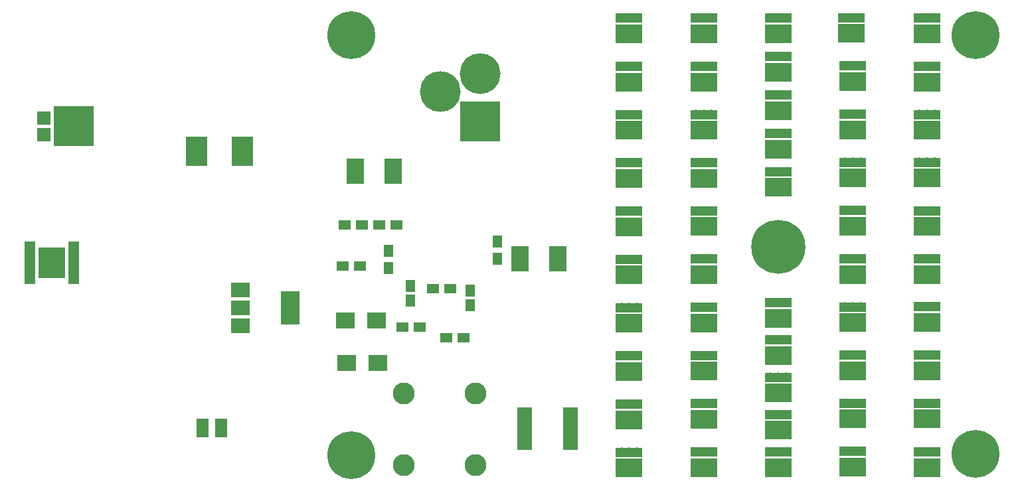
<source format=gbr>
G04 #@! TF.GenerationSoftware,KiCad,Pcbnew,no-vcs-found-01f5a12~58~ubuntu14.04.1*
G04 #@! TF.CreationDate,2017-05-04T16:20:22+02:00*
G04 #@! TF.ProjectId,leddy,6C656464792E6B696361645F70636200,rev?*
G04 #@! TF.FileFunction,Soldermask,Top*
G04 #@! TF.FilePolarity,Negative*
%FSLAX46Y46*%
G04 Gerber Fmt 4.6, Leading zero omitted, Abs format (unit mm)*
G04 Created by KiCad (PCBNEW no-vcs-found-01f5a12~58~ubuntu14.04.1) date Thu May  4 16:20:22 2017*
%MOMM*%
%LPD*%
G01*
G04 APERTURE LIST*
%ADD10C,0.100000*%
%ADD11R,1.540000X2.430000*%
%ADD12C,1.400000*%
%ADD13R,1.450000X0.850000*%
%ADD14R,1.870000X1.295000*%
%ADD15R,1.600000X1.300000*%
%ADD16C,2.797760*%
%ADD17R,1.900000X0.850000*%
%ADD18C,5.200000*%
%ADD19R,5.200000X5.200000*%
%ADD20C,6.900000*%
%ADD21R,3.400000X1.300000*%
%ADD22R,3.400000X2.400000*%
%ADD23C,1.000000*%
%ADD24C,6.100000*%
%ADD25R,1.300000X1.600000*%
%ADD26R,2.400000X2.100000*%
%ADD27R,1.670000X1.800000*%
%ADD28R,5.200000X5.120000*%
%ADD29R,1.150000X1.600000*%
%ADD30R,2.303000X3.190000*%
%ADD31R,2.813000X3.829000*%
%ADD32R,2.400000X1.900000*%
%ADD33R,2.400000X4.200000*%
G04 APERTURE END LIST*
D10*
D11*
X108597219Y-101307056D03*
X110997219Y-101307056D03*
D12*
X88740000Y-81200000D03*
X90110000Y-81220000D03*
X90090000Y-79160000D03*
X88720000Y-79150000D03*
D13*
X86625000Y-77925000D03*
X86625000Y-78575000D03*
X86625000Y-79225000D03*
X86625000Y-79875000D03*
X86625000Y-80525000D03*
X86625000Y-81175000D03*
X86625000Y-81825000D03*
X86625000Y-82475000D03*
X92175000Y-82475000D03*
X92175000Y-81825000D03*
X92175000Y-81175000D03*
X92175000Y-80525000D03*
X92175000Y-79875000D03*
X92175000Y-79225000D03*
X92175000Y-78575000D03*
X92175000Y-77925000D03*
D14*
X90135000Y-81542500D03*
X90135000Y-80647500D03*
X90135000Y-79752500D03*
X90135000Y-78857500D03*
X88665000Y-81542500D03*
X88665000Y-80647500D03*
X88665000Y-79752500D03*
X88665000Y-78857500D03*
D15*
X126500000Y-80600000D03*
X128700000Y-80600000D03*
D16*
X134228000Y-96856000D03*
X143372000Y-106000000D03*
X134228000Y-106000000D03*
X143372000Y-96856000D03*
D17*
X149650000Y-99125000D03*
X149650000Y-99775000D03*
X149650000Y-100425000D03*
X149650000Y-101075000D03*
X149650000Y-101725000D03*
X149650000Y-102375000D03*
X149650000Y-103025000D03*
X149650000Y-103675000D03*
X155550000Y-103675000D03*
X155550000Y-103025000D03*
X155550000Y-102375000D03*
X155550000Y-101725000D03*
X155550000Y-101075000D03*
X155550000Y-100425000D03*
X155550000Y-99775000D03*
X155550000Y-99125000D03*
D18*
X144000000Y-56100000D03*
D19*
X144000000Y-62200000D03*
D18*
X138920000Y-58390000D03*
D20*
X182000000Y-78200000D03*
D21*
X163000000Y-55155555D03*
D22*
X163000000Y-57155555D03*
D23*
X162000000Y-55055555D03*
X164000000Y-55055555D03*
X163000000Y-55055555D03*
X162000000Y-57805555D03*
X162000000Y-56555555D03*
X164000000Y-57805555D03*
X164000000Y-56555555D03*
X163000000Y-56555555D03*
X163000000Y-57805555D03*
D21*
X201000000Y-49000000D03*
D22*
X201000000Y-51000000D03*
D23*
X200000000Y-48900000D03*
X202000000Y-48900000D03*
X201000000Y-48900000D03*
X200000000Y-51650000D03*
X200000000Y-50400000D03*
X202000000Y-51650000D03*
X202000000Y-50400000D03*
X201000000Y-50400000D03*
X201000000Y-51650000D03*
D21*
X191300000Y-48950000D03*
D22*
X191300000Y-50950000D03*
D23*
X190300000Y-48850000D03*
X192300000Y-48850000D03*
X191300000Y-48850000D03*
X190300000Y-51600000D03*
X190300000Y-50350000D03*
X192300000Y-51600000D03*
X192300000Y-50350000D03*
X191300000Y-50350000D03*
X191300000Y-51600000D03*
D21*
X182000000Y-49000000D03*
D22*
X182000000Y-51000000D03*
D23*
X181000000Y-48900000D03*
X183000000Y-48900000D03*
X182000000Y-48900000D03*
X181000000Y-51650000D03*
X181000000Y-50400000D03*
X183000000Y-51650000D03*
X183000000Y-50400000D03*
X182000000Y-50400000D03*
X182000000Y-51650000D03*
D21*
X172500000Y-49000000D03*
D22*
X172500000Y-51000000D03*
D23*
X171500000Y-48900000D03*
X173500000Y-48900000D03*
X172500000Y-48900000D03*
X171500000Y-51650000D03*
X171500000Y-50400000D03*
X173500000Y-51650000D03*
X173500000Y-50400000D03*
X172500000Y-50400000D03*
X172500000Y-51650000D03*
D21*
X163000000Y-49000000D03*
D22*
X163000000Y-51000000D03*
D23*
X162000000Y-48900000D03*
X164000000Y-48900000D03*
X163000000Y-48900000D03*
X162000000Y-51650000D03*
X162000000Y-50400000D03*
X164000000Y-51650000D03*
X164000000Y-50400000D03*
X163000000Y-50400000D03*
X163000000Y-51650000D03*
D24*
X207200000Y-51200000D03*
X207200000Y-104600000D03*
X127600000Y-104800000D03*
X127600000Y-51200000D03*
D25*
X146200000Y-79700000D03*
X146200000Y-77500000D03*
D26*
X131000000Y-93000000D03*
X127000000Y-93000000D03*
D27*
X88400000Y-61760000D03*
D28*
X92200000Y-62800000D03*
D27*
X88400000Y-63840000D03*
D15*
X141900000Y-89800000D03*
X139700000Y-89800000D03*
X136300000Y-88400000D03*
X134100000Y-88400000D03*
D26*
X130800000Y-87600000D03*
X126800000Y-87600000D03*
D29*
X142700000Y-85650000D03*
X142700000Y-83750000D03*
X135100000Y-85050000D03*
X135100000Y-83150000D03*
D30*
X128073500Y-68500000D03*
X132926500Y-68500000D03*
X153926500Y-79700000D03*
X149073500Y-79700000D03*
D31*
X113721000Y-66000000D03*
X107879000Y-66000000D03*
D25*
X132300000Y-80900000D03*
X132300000Y-78700000D03*
D15*
X140200000Y-83500000D03*
X138000000Y-83500000D03*
X126700000Y-75400000D03*
X128900000Y-75400000D03*
X131100000Y-75400000D03*
X133300000Y-75400000D03*
D32*
X113450000Y-83700000D03*
X113450000Y-88300000D03*
X113450000Y-86000000D03*
D33*
X119750000Y-86000000D03*
D21*
X182000000Y-58800000D03*
D22*
X182000000Y-60800000D03*
D23*
X181000000Y-58700000D03*
X183000000Y-58700000D03*
X182000000Y-58700000D03*
X181000000Y-61450000D03*
X181000000Y-60200000D03*
X183000000Y-61450000D03*
X183000000Y-60200000D03*
X182000000Y-60200000D03*
X182000000Y-61450000D03*
D21*
X201000000Y-92000000D03*
D22*
X201000000Y-94000000D03*
D23*
X200000000Y-91900000D03*
X202000000Y-91900000D03*
X201000000Y-91900000D03*
X200000000Y-94650000D03*
X200000000Y-93400000D03*
X202000000Y-94650000D03*
X202000000Y-93400000D03*
X201000000Y-93400000D03*
X201000000Y-94650000D03*
D21*
X201000000Y-79750000D03*
D22*
X201000000Y-81750000D03*
D23*
X200000000Y-79650000D03*
X202000000Y-79650000D03*
X201000000Y-79650000D03*
X200000000Y-82400000D03*
X200000000Y-81150000D03*
X202000000Y-82400000D03*
X202000000Y-81150000D03*
X201000000Y-81150000D03*
X201000000Y-82400000D03*
D21*
X201000000Y-73600000D03*
D22*
X201000000Y-75600000D03*
D23*
X200000000Y-73500000D03*
X202000000Y-73500000D03*
X201000000Y-73500000D03*
X200000000Y-76250000D03*
X200000000Y-75000000D03*
X202000000Y-76250000D03*
X202000000Y-75000000D03*
X201000000Y-75000000D03*
X201000000Y-76250000D03*
D21*
X201000000Y-67400000D03*
D22*
X201000000Y-69400000D03*
D23*
X200000000Y-67300000D03*
X202000000Y-67300000D03*
X201000000Y-67300000D03*
X200000000Y-70050000D03*
X200000000Y-68800000D03*
X202000000Y-70050000D03*
X202000000Y-68800000D03*
X201000000Y-68800000D03*
X201000000Y-70050000D03*
D21*
X201000000Y-61300000D03*
D22*
X201000000Y-63300000D03*
D23*
X200000000Y-61200000D03*
X202000000Y-61200000D03*
X201000000Y-61200000D03*
X200000000Y-63950000D03*
X200000000Y-62700000D03*
X202000000Y-63950000D03*
X202000000Y-62700000D03*
X201000000Y-62700000D03*
X201000000Y-63950000D03*
D21*
X201000000Y-55150000D03*
D22*
X201000000Y-57150000D03*
D23*
X200000000Y-55050000D03*
X202000000Y-55050000D03*
X201000000Y-55050000D03*
X200000000Y-57800000D03*
X200000000Y-56550000D03*
X202000000Y-57800000D03*
X202000000Y-56550000D03*
X201000000Y-56550000D03*
X201000000Y-57800000D03*
D21*
X191500000Y-104299982D03*
D22*
X191500000Y-106299982D03*
D23*
X190500000Y-104199982D03*
X192500000Y-104199982D03*
X191500000Y-104199982D03*
X190500000Y-106949982D03*
X190500000Y-105699982D03*
X192500000Y-106949982D03*
X192500000Y-105699982D03*
X191500000Y-105699982D03*
X191500000Y-106949982D03*
D21*
X191500000Y-98149984D03*
D22*
X191500000Y-100149984D03*
D23*
X190500000Y-98049984D03*
X192500000Y-98049984D03*
X191500000Y-98049984D03*
X190500000Y-100799984D03*
X190500000Y-99549984D03*
X192500000Y-100799984D03*
X192500000Y-99549984D03*
X191500000Y-99549984D03*
X191500000Y-100799984D03*
D21*
X191500000Y-91999986D03*
D22*
X191500000Y-93999986D03*
D23*
X190500000Y-91899986D03*
X192500000Y-91899986D03*
X191500000Y-91899986D03*
X190500000Y-94649986D03*
X190500000Y-93399986D03*
X192500000Y-94649986D03*
X192500000Y-93399986D03*
X191500000Y-93399986D03*
X191500000Y-94649986D03*
D21*
X191500000Y-85849988D03*
D22*
X191500000Y-87849988D03*
D23*
X190500000Y-85749988D03*
X192500000Y-85749988D03*
X191500000Y-85749988D03*
X190500000Y-88499988D03*
X190500000Y-87249988D03*
X192500000Y-88499988D03*
X192500000Y-87249988D03*
X191500000Y-87249988D03*
X191500000Y-88499988D03*
D21*
X191500000Y-73549992D03*
D22*
X191500000Y-75549992D03*
D23*
X190500000Y-73449992D03*
X192500000Y-73449992D03*
X191500000Y-73449992D03*
X190500000Y-76199992D03*
X190500000Y-74949992D03*
X192500000Y-76199992D03*
X192500000Y-74949992D03*
X191500000Y-74949992D03*
X191500000Y-76199992D03*
D21*
X191500000Y-67399994D03*
D22*
X191500000Y-69399994D03*
D23*
X190500000Y-67299994D03*
X192500000Y-67299994D03*
X191500000Y-67299994D03*
X190500000Y-70049994D03*
X190500000Y-68799994D03*
X192500000Y-70049994D03*
X192500000Y-68799994D03*
X191500000Y-68799994D03*
X191500000Y-70049994D03*
D21*
X191500000Y-61249996D03*
D22*
X191500000Y-63249996D03*
D23*
X190500000Y-61149996D03*
X192500000Y-61149996D03*
X191500000Y-61149996D03*
X190500000Y-63899996D03*
X190500000Y-62649996D03*
X192500000Y-63899996D03*
X192500000Y-62649996D03*
X191500000Y-62649996D03*
X191500000Y-63899996D03*
D21*
X191500000Y-55099998D03*
D22*
X191500000Y-57099998D03*
D23*
X190500000Y-54999998D03*
X192500000Y-54999998D03*
X191500000Y-54999998D03*
X190500000Y-57749998D03*
X190500000Y-56499998D03*
X192500000Y-57749998D03*
X192500000Y-56499998D03*
X191500000Y-56499998D03*
X191500000Y-57749998D03*
D21*
X182000000Y-104350000D03*
D22*
X182000000Y-106350000D03*
D23*
X181000000Y-104250000D03*
X183000000Y-104250000D03*
X182000000Y-104250000D03*
X181000000Y-107000000D03*
X181000000Y-105750000D03*
X183000000Y-107000000D03*
X183000000Y-105750000D03*
X182000000Y-105750000D03*
X182000000Y-107000000D03*
D21*
X182000000Y-99587500D03*
D22*
X182000000Y-101587500D03*
D23*
X181000000Y-99487500D03*
X183000000Y-99487500D03*
X182000000Y-99487500D03*
X181000000Y-102237500D03*
X181000000Y-100987500D03*
X183000000Y-102237500D03*
X183000000Y-100987500D03*
X182000000Y-100987500D03*
X182000000Y-102237500D03*
D21*
X182000000Y-94825000D03*
D22*
X182000000Y-96825000D03*
D23*
X181000000Y-94725000D03*
X183000000Y-94725000D03*
X182000000Y-94725000D03*
X181000000Y-97475000D03*
X181000000Y-96225000D03*
X183000000Y-97475000D03*
X183000000Y-96225000D03*
X182000000Y-96225000D03*
X182000000Y-97475000D03*
D21*
X182000000Y-90062500D03*
D22*
X182000000Y-92062500D03*
D23*
X181000000Y-89962500D03*
X183000000Y-89962500D03*
X182000000Y-89962500D03*
X181000000Y-92712500D03*
X181000000Y-91462500D03*
X183000000Y-92712500D03*
X183000000Y-91462500D03*
X182000000Y-91462500D03*
X182000000Y-92712500D03*
D21*
X182000000Y-85300000D03*
D22*
X182000000Y-87300000D03*
D23*
X181000000Y-85200000D03*
X183000000Y-85200000D03*
X182000000Y-85200000D03*
X181000000Y-87950000D03*
X181000000Y-86700000D03*
X183000000Y-87950000D03*
X183000000Y-86700000D03*
X182000000Y-86700000D03*
X182000000Y-87950000D03*
D21*
X182000000Y-68600000D03*
D22*
X182000000Y-70600000D03*
D23*
X181000000Y-68500000D03*
X183000000Y-68500000D03*
X182000000Y-68500000D03*
X181000000Y-71250000D03*
X181000000Y-70000000D03*
X183000000Y-71250000D03*
X183000000Y-70000000D03*
X182000000Y-70000000D03*
X182000000Y-71250000D03*
D21*
X191500000Y-79699990D03*
D22*
X191500000Y-81699990D03*
D23*
X190500000Y-79599990D03*
X192500000Y-79599990D03*
X191500000Y-79599990D03*
X190500000Y-82349990D03*
X190500000Y-81099990D03*
X192500000Y-82349990D03*
X192500000Y-81099990D03*
X191500000Y-81099990D03*
X191500000Y-82349990D03*
D21*
X201000000Y-85800000D03*
D22*
X201000000Y-87800000D03*
D23*
X200000000Y-85700000D03*
X202000000Y-85700000D03*
X201000000Y-85700000D03*
X200000000Y-88450000D03*
X200000000Y-87200000D03*
X202000000Y-88450000D03*
X202000000Y-87200000D03*
X201000000Y-87200000D03*
X201000000Y-88450000D03*
D21*
X182000000Y-53900000D03*
D22*
X182000000Y-55900000D03*
D23*
X181000000Y-53800000D03*
X183000000Y-53800000D03*
X182000000Y-53800000D03*
X181000000Y-56550000D03*
X181000000Y-55300000D03*
X183000000Y-56550000D03*
X183000000Y-55300000D03*
X182000000Y-55300000D03*
X182000000Y-56550000D03*
D21*
X172500000Y-104350000D03*
D22*
X172500000Y-106350000D03*
D23*
X171500000Y-104250000D03*
X173500000Y-104250000D03*
X172500000Y-104250000D03*
X171500000Y-107000000D03*
X171500000Y-105750000D03*
X173500000Y-107000000D03*
X173500000Y-105750000D03*
X172500000Y-105750000D03*
X172500000Y-107000000D03*
D21*
X172500000Y-98200000D03*
D22*
X172500000Y-100200000D03*
D23*
X171500000Y-98100000D03*
X173500000Y-98100000D03*
X172500000Y-98100000D03*
X171500000Y-100850000D03*
X171500000Y-99600000D03*
X173500000Y-100850000D03*
X173500000Y-99600000D03*
X172500000Y-99600000D03*
X172500000Y-100850000D03*
D21*
X172500000Y-92050000D03*
D22*
X172500000Y-94050000D03*
D23*
X171500000Y-91950000D03*
X173500000Y-91950000D03*
X172500000Y-91950000D03*
X171500000Y-94700000D03*
X171500000Y-93450000D03*
X173500000Y-94700000D03*
X173500000Y-93450000D03*
X172500000Y-93450000D03*
X172500000Y-94700000D03*
D21*
X172500000Y-85900000D03*
D22*
X172500000Y-87900000D03*
D23*
X171500000Y-85800000D03*
X173500000Y-85800000D03*
X172500000Y-85800000D03*
X171500000Y-88550000D03*
X171500000Y-87300000D03*
X173500000Y-88550000D03*
X173500000Y-87300000D03*
X172500000Y-87300000D03*
X172500000Y-88550000D03*
D21*
X172500000Y-79750000D03*
D22*
X172500000Y-81750000D03*
D23*
X171500000Y-79650000D03*
X173500000Y-79650000D03*
X172500000Y-79650000D03*
X171500000Y-82400000D03*
X171500000Y-81150000D03*
X173500000Y-82400000D03*
X173500000Y-81150000D03*
X172500000Y-81150000D03*
X172500000Y-82400000D03*
D21*
X172500000Y-73600000D03*
D22*
X172500000Y-75600000D03*
D23*
X171500000Y-73500000D03*
X173500000Y-73500000D03*
X172500000Y-73500000D03*
X171500000Y-76250000D03*
X171500000Y-75000000D03*
X173500000Y-76250000D03*
X173500000Y-75000000D03*
X172500000Y-75000000D03*
X172500000Y-76250000D03*
D21*
X172500000Y-67450000D03*
D22*
X172500000Y-69450000D03*
D23*
X171500000Y-67350000D03*
X173500000Y-67350000D03*
X172500000Y-67350000D03*
X171500000Y-70100000D03*
X171500000Y-68850000D03*
X173500000Y-70100000D03*
X173500000Y-68850000D03*
X172500000Y-68850000D03*
X172500000Y-70100000D03*
D21*
X172500000Y-61300000D03*
D22*
X172500000Y-63300000D03*
D23*
X171500000Y-61200000D03*
X173500000Y-61200000D03*
X172500000Y-61200000D03*
X171500000Y-63950000D03*
X171500000Y-62700000D03*
X173500000Y-63950000D03*
X173500000Y-62700000D03*
X172500000Y-62700000D03*
X172500000Y-63950000D03*
D21*
X172500000Y-55150000D03*
D22*
X172500000Y-57150000D03*
D23*
X171500000Y-55050000D03*
X173500000Y-55050000D03*
X172500000Y-55050000D03*
X171500000Y-57800000D03*
X171500000Y-56550000D03*
X173500000Y-57800000D03*
X173500000Y-56550000D03*
X172500000Y-56550000D03*
X172500000Y-57800000D03*
D21*
X182000000Y-63700000D03*
D22*
X182000000Y-65700000D03*
D23*
X181000000Y-63600000D03*
X183000000Y-63600000D03*
X182000000Y-63600000D03*
X181000000Y-66350000D03*
X181000000Y-65100000D03*
X183000000Y-66350000D03*
X183000000Y-65100000D03*
X182000000Y-65100000D03*
X182000000Y-66350000D03*
D21*
X201000000Y-98150000D03*
D22*
X201000000Y-100150000D03*
D23*
X200000000Y-98050000D03*
X202000000Y-98050000D03*
X201000000Y-98050000D03*
X200000000Y-100800000D03*
X200000000Y-99550000D03*
X202000000Y-100800000D03*
X202000000Y-99550000D03*
X201000000Y-99550000D03*
X201000000Y-100800000D03*
D21*
X201000000Y-104350000D03*
D22*
X201000000Y-106350000D03*
D23*
X200000000Y-104250000D03*
X202000000Y-104250000D03*
X201000000Y-104250000D03*
X200000000Y-107000000D03*
X200000000Y-105750000D03*
X202000000Y-107000000D03*
X202000000Y-105750000D03*
X201000000Y-105750000D03*
X201000000Y-107000000D03*
D21*
X163000000Y-104399995D03*
D22*
X163000000Y-106399995D03*
D23*
X162000000Y-104299995D03*
X164000000Y-104299995D03*
X163000000Y-104299995D03*
X162000000Y-107049995D03*
X162000000Y-105799995D03*
X164000000Y-107049995D03*
X164000000Y-105799995D03*
X163000000Y-105799995D03*
X163000000Y-107049995D03*
D21*
X163000000Y-98244440D03*
D22*
X163000000Y-100244440D03*
D23*
X162000000Y-98144440D03*
X164000000Y-98144440D03*
X163000000Y-98144440D03*
X162000000Y-100894440D03*
X162000000Y-99644440D03*
X164000000Y-100894440D03*
X164000000Y-99644440D03*
X163000000Y-99644440D03*
X163000000Y-100894440D03*
D21*
X163000000Y-92088885D03*
D22*
X163000000Y-94088885D03*
D23*
X162000000Y-91988885D03*
X164000000Y-91988885D03*
X163000000Y-91988885D03*
X162000000Y-94738885D03*
X162000000Y-93488885D03*
X164000000Y-94738885D03*
X164000000Y-93488885D03*
X163000000Y-93488885D03*
X163000000Y-94738885D03*
D21*
X163000000Y-85933330D03*
D22*
X163000000Y-87933330D03*
D23*
X162000000Y-85833330D03*
X164000000Y-85833330D03*
X163000000Y-85833330D03*
X162000000Y-88583330D03*
X162000000Y-87333330D03*
X164000000Y-88583330D03*
X164000000Y-87333330D03*
X163000000Y-87333330D03*
X163000000Y-88583330D03*
D21*
X163000000Y-79777775D03*
D22*
X163000000Y-81777775D03*
D23*
X162000000Y-79677775D03*
X164000000Y-79677775D03*
X163000000Y-79677775D03*
X162000000Y-82427775D03*
X162000000Y-81177775D03*
X164000000Y-82427775D03*
X164000000Y-81177775D03*
X163000000Y-81177775D03*
X163000000Y-82427775D03*
D21*
X163000000Y-73622220D03*
D22*
X163000000Y-75622220D03*
D23*
X162000000Y-73522220D03*
X164000000Y-73522220D03*
X163000000Y-73522220D03*
X162000000Y-76272220D03*
X162000000Y-75022220D03*
X164000000Y-76272220D03*
X164000000Y-75022220D03*
X163000000Y-75022220D03*
X163000000Y-76272220D03*
D21*
X163000000Y-67466665D03*
D22*
X163000000Y-69466665D03*
D23*
X162000000Y-67366665D03*
X164000000Y-67366665D03*
X163000000Y-67366665D03*
X162000000Y-70116665D03*
X162000000Y-68866665D03*
X164000000Y-70116665D03*
X164000000Y-68866665D03*
X163000000Y-68866665D03*
X163000000Y-70116665D03*
D21*
X163000000Y-61311110D03*
D22*
X163000000Y-63311110D03*
D23*
X162000000Y-61211110D03*
X164000000Y-61211110D03*
X163000000Y-61211110D03*
X162000000Y-63961110D03*
X162000000Y-62711110D03*
X164000000Y-63961110D03*
X164000000Y-62711110D03*
X163000000Y-62711110D03*
X163000000Y-63961110D03*
M02*

</source>
